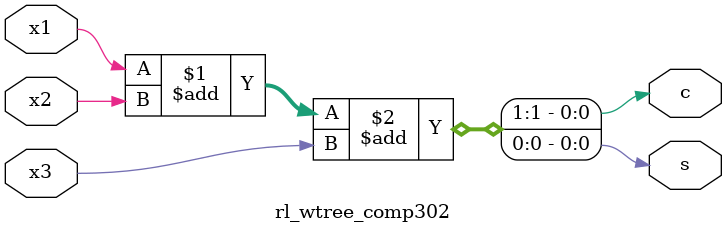
<source format=v>

module rl_wtree_comp302(
  input        x1,
  input        x2,
  input        x3,
  output       s,
  output       c
);

assign {c, s} = x1 + x2 + x3;

endmodule

</source>
